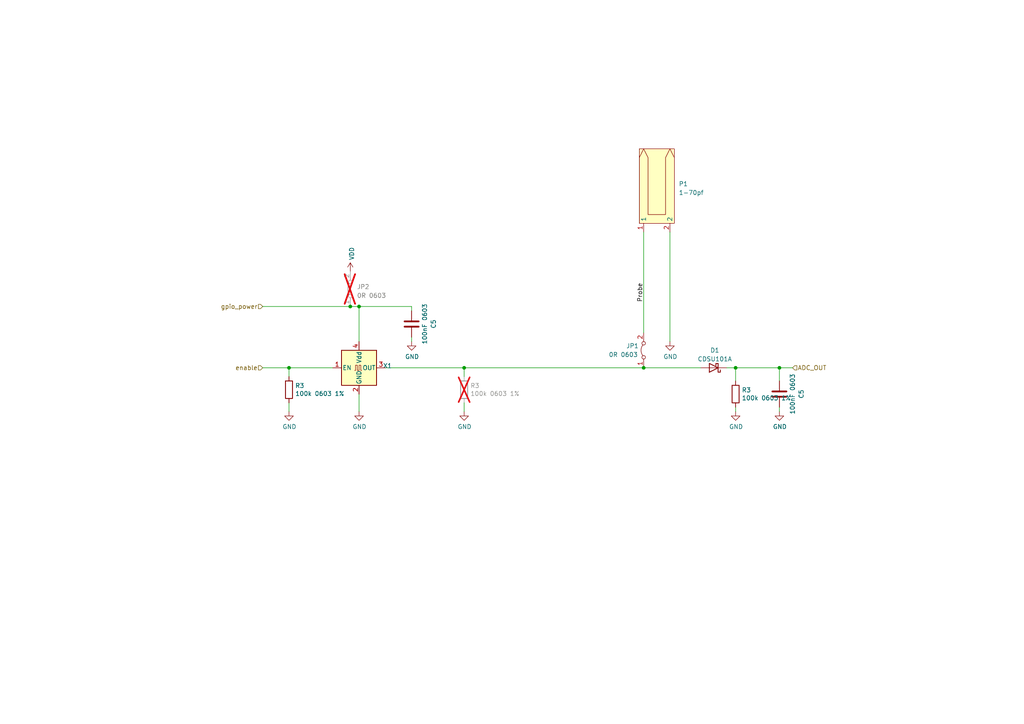
<source format=kicad_sch>
(kicad_sch (version 20230121) (generator eeschema)
  (paper "A4")
  (lib_symbols
    (symbol "Device:C" (pin_numbers hide) (pin_names (offset 0.254))
      (property "Reference" "C" (at 0.635 2.54 0))
      (property "Value" "C" (at 0.635 -2.54 0))
      (symbol "C_0_1"
        (polyline (pts (xy -2.032 -0.762) (xy 2.032 -0.762)) (stroke (width 0.508)))
        (polyline (pts (xy -2.032 0.762) (xy 2.032 0.762)) (stroke (width 0.508)))
      )
      (symbol "C_1_1"
        (pin passive line (at 0 3.81 270) (length 2.794) (name "~") (number "1"))
        (pin passive line (at 0 -3.81 90) (length 2.794) (name "~") (number "2"))
      )
    )
    (symbol "Device:D_Schottky" (pin_numbers hide) (pin_names (offset 1.016) hide)
      (property "Reference" "D" (at 0 2.54 0))
      (property "Value" "D_Schottky" (at 0 -2.54 0))
      (symbol "D_Schottky_0_1"
        (polyline (pts (xy 1.27 0) (xy -1.27 0)))
        (polyline (pts (xy 1.27 1.27) (xy 1.27 -1.27) (xy -1.27 0) (xy 1.27 1.27)) (stroke (width 0.254)))
        (polyline (pts (xy -1.905 0.635) (xy -1.905 1.27) (xy -1.27 1.27) (xy -1.27 -1.27) (xy -0.635 -1.27) (xy -0.635 -0.635)) (stroke (width 0.254)))
      )
      (symbol "D_Schottky_1_1"
        (pin passive line (at -3.81 0 0) (length 2.54) (name "K") (number "1"))
        (pin passive line (at 3.81 0 180) (length 2.54) (name "A") (number "2"))
      )
    )
    (symbol "Device:R" (pin_numbers hide) (pin_names (offset 0))
      (property "Reference" "R" (at 2.032 0 90))
      (property "Value" "R" (at 0 0 90))
      (symbol "R_0_1"
        (rectangle (start -1.016 -2.54) (end 1.016 2.54) (stroke (width 0.254)))
      )
      (symbol "R_1_1"
        (pin passive line (at 0 3.81 270) (length 1.27) (name "~") (number "1"))
        (pin passive line (at 0 -3.81 90) (length 1.27) (name "~") (number "2"))
      )
    )
    (symbol "Jumper:Jumper_2_Bridged" (pin_names (offset 0) hide)
      (property "Reference" "JP" (at 0 1.905 0))
      (property "Value" "Jumper_2_Bridged" (at 0 -2.54 0))
      (symbol "Jumper_2_Bridged_0_0"
        (circle (center -2.032 0) (radius 0.508))
        (circle (center 2.032 0) (radius 0.508))
      )
      (symbol "Jumper_2_Bridged_0_1"
        (arc (start 1.524 0.254) (mid 0 0.762) (end -1.524 0.254))
      )
      (symbol "Jumper_2_Bridged_1_1"
        (pin passive line (at -5.08 0 0) (length 2.54) (name "A") (number "1"))
        (pin passive line (at 5.08 0 180) (length 2.54) (name "B") (number "2"))
      )
    )
    (symbol "power:GND" (power) (pin_names (offset 0))
      (property "Value" "GND" (at 0 -3.81 0))
      (symbol "GND_0_1"
        (polyline (pts (xy 0 0) (xy 0 -1.27) (xy 1.27 -1.27) (xy 0 -2.54) (xy -1.27 -1.27) (xy 0 -1.27)))
      )
      (symbol "GND_1_1"
        (pin power_in line (at 0 0 270) (length 0) hide (name "GND") (number "1"))
      )
    )
    (symbol "power:VDD" (power) (pin_names (offset 0))
      (property "Value" "VDD" (at 0 3.81 0))
      (symbol "VDD_0_1"
        (polyline (pts (xy -0.762 1.27) (xy 0 2.54)))
        (polyline (pts (xy 0 0) (xy 0 2.54)))
        (polyline (pts (xy 0 2.54) (xy 0.762 1.27)))
      )
      (symbol "VDD_1_1"
        (pin power_in line (at 0 0 90) (length 0) hide (name "VDD") (number "1"))
      )
    )
    (symbol "soilmoisture-rescue:SIT8008B" (pin_names (offset 0.254))
      (property "Reference" "X" (at -5.08 6.35 0))
      (symbol "SIT8008B_0_1"
        (rectangle (start -5.08 5.08) (end 5.08 -5.08) (stroke (width 0.254)) (fill (type background)))
        (polyline (pts (xy -1.27 -0.762) (xy -1.016 -0.762) (xy -1.016 0.762) (xy -0.508 0.762) (xy -0.508 -0.762) (xy 0 -0.762) (xy 0 0.762) (xy 0.508 0.762) (xy 0.508 -0.762) (xy 0.762 -0.762)))
      )
      (symbol "SIT8008B_1_1"
        (pin input line (at -7.62 0 0) (length 2.54) (name "EN") (number "1"))
        (pin power_in line (at 0 -7.62 90) (length 2.54) (name "GND") (number "2"))
        (pin output line (at 7.62 0 180) (length 2.54) (name "OUT") (number "3"))
        (pin power_in line (at 0 7.62 270) (length 2.54) (name "Vdd") (number "4"))
      )
    )
    (symbol "soilmoisture-rescue:Soil_probe" (in_bom no)
      (property "Reference" "P" (at 2.54 1.27 0))
      (property "Value" "1-30pf" (at 10.16 1.27 0))
      (symbol "Soil_probe_0_1"
        (polyline (pts (xy 0 0) (xy 15.24 0) (xy 19.05 0) (xy 21.59 -1.27) (xy 19.05 -2.54) (xy 2.54 -2.54) (xy 2.54 -7.62) (xy 19.05 -7.62) (xy 21.59 -8.89) (xy 19.05 -10.16)))
        (rectangle (start 0 0) (end 21.59 -10.16) (fill (type background)))
      )
      (symbol "Soil_probe_1_1"
        (pin input line (at -2.54 -1.27 0) (length 2.54) (name "1") (number "1"))
        (pin input line (at -2.54 -8.89 0) (length 2.54) (name "2") (number "2"))
      )
    )
  )
  (junction (at 83.82 106.68))
  (junction (at 213.36 106.68))
  (junction (at 134.62 106.68))
  (junction (at 226.06 106.68))
  (junction (at 104.14 88.9))
  (junction (at 186.69 106.68))
  (junction (at 101.6 88.9))
  (wire (pts (xy 104.14 119.38) (xy 104.14 114.3)))
  (wire (pts (xy 194.31 67.31) (xy 194.31 99.06)))
  (wire (pts (xy 134.62 106.68) (xy 134.62 109.22)))
  (wire (pts (xy 83.82 106.68) (xy 83.82 109.22)))
  (wire (pts (xy 226.06 119.38) (xy 226.06 118.11)))
  (wire (pts (xy 226.06 106.68) (xy 226.06 110.49)))
  (wire (pts (xy 213.36 106.68) (xy 213.36 110.49)))
  (wire (pts (xy 213.36 118.11) (xy 213.36 119.38)))
  (wire (pts (xy 213.36 106.68) (xy 226.06 106.68)))
  (wire (pts (xy 83.82 106.68) (xy 96.52 106.68)))
  (wire (pts (xy 101.6 88.9) (xy 104.14 88.9)))
  (wire (pts (xy 119.38 90.17) (xy 119.38 88.9)))
  (wire (pts (xy 76.2 88.9) (xy 101.6 88.9)))
  (wire (pts (xy 119.38 99.06) (xy 119.38 97.79)))
  (wire (pts (xy 186.69 106.68) (xy 203.2 106.68)))
  (wire (pts (xy 134.62 106.68) (xy 186.69 106.68)))
  (wire (pts (xy 186.69 67.31) (xy 186.69 96.52)))
  (wire (pts (xy 76.2 106.68) (xy 83.82 106.68)))
  (wire (pts (xy 104.14 88.9) (xy 119.38 88.9)))
  (wire (pts (xy 83.82 116.84) (xy 83.82 119.38)))
  (wire (pts (xy 111.76 106.68) (xy 134.62 106.68)))
  (wire (pts (xy 134.62 119.38) (xy 134.62 116.84)))
  (wire (pts (xy 104.14 88.9) (xy 104.14 99.06)))
  (wire (pts (xy 226.06 106.68) (xy 229.87 106.68)))
  (wire (pts (xy 210.82 106.68) (xy 213.36 106.68)))
  (label "Probe" (at 186.69 87.63 90))
  (hierarchical_label "gpio_power" (shape input) (at 76.2 88.9 180))
  (hierarchical_label "enable" (shape input) (at 76.2 106.68 180))
  (hierarchical_label "ADC_OUT" (shape input) (at 229.87 106.68 0))
  (symbol (lib_id "power:GND") (at 134.62 119.38 0) (unit 1)
    (property "Reference" "#PWR0108" (effects hide))
    (property "Value" "GND" (at 134.747 123.7742 0))
    (instances (project "soilmoisture" (path "" (reference "#PWR0108") (unit 1)) (path "" (reference "#PWR07") (unit 1))))
  )
  (symbol (lib_id "Device:R") (at 213.36 114.3 0) (unit 1)
    (property "Reference" "R3" (at 215.138 113.1316 0) (effects (justify left)))
    (property "Value" "100k 0603 1%" (at 215.138 115.443 0) (effects (justify left)))
    (property "Footprint" "Resistor_SMD:R_0603_1608Metric" (effects hide))
    (property "MPN" "RC0603FR-07100KL" (effects hide))
    (instances (project "soilmoisture" (path "" (reference "R3") (unit 1)) (path "" (reference "R2") (unit 1))))
  )
  (symbol (lib_id "Device:R") (at 83.82 113.03 0) (unit 1)
    (property "Reference" "R3" (at 85.598 111.8616 0) (effects (justify left)))
    (property "Value" "100k 0603 1%" (at 85.598 114.173 0) (effects (justify left)))
    (property "Footprint" "Resistor_SMD:R_0603_1608Metric" (effects hide))
    (property "MPN" "RC0603FR-07100KL" (effects hide))
    (instances (project "soilmoisture" (path "" (reference "R3") (unit 1)) (path "" (reference "R4") (unit 1))))
  )
  (symbol (lib_id "Jumper:Jumper_2_Bridged") (at 101.6 83.82 90) (unit 1) (dnp yes)
    (property "Reference" "JP2" (at 103.505 83.185 90) (effects (justify right)))
    (property "Value" "0R 0603" (at 103.505 85.725 90) (effects (justify right)))
    (property "Footprint" "Resistor_SMD:R_0603_1608Metric" (effects hide))
    (property "MPN" "RMCF0603ZT0R00" (effects hide))
  )
  (symbol (lib_id "power:GND") (at 104.14 119.38 0) (unit 1)
    (property "Reference" "#PWR0108" (effects hide))
    (property "Value" "GND" (at 104.267 123.7742 0))
    (instances (project "soilmoisture" (path "" (reference "#PWR0108") (unit 1)) (path "" (reference "#PWR08") (unit 1))))
  )
  (symbol (lib_id "soilmoisture-rescue:Soil_probe") (at 185.42 64.77 90) (unit 1) (in_bom no)
    (property "Reference" "P1" (at 196.85 53.34 90) (effects (justify right)))
    (property "Value" "1-70pf" (at 196.85 55.88 90) (effects (justify right)))
    (property "Footprint" "soil_lib:1-70pf_Soil_Probe" (effects hide))
    (property "Datasheet" "https://www.emisoftware.com/calculator/coplanar-capacitance/" (effects hide))
  )
  (symbol (lib_id "Device:D_Schottky") (at 207.01 106.68 180) (unit 1)
    (property "Reference" "D1" (at 207.3275 101.6 0))
    (property "Value" "CDSU101A" (at 207.3275 104.14 0))
    (property "Footprint" "Diode_SMD:D_SOD-523" (effects hide))
    (property "MPN" "CDSU101A" (effects hide))
  )
  (symbol (lib_id "power:GND") (at 83.82 119.38 0) (unit 1)
    (property "Reference" "#PWR0108" (effects hide))
    (property "Value" "GND" (at 83.947 123.7742 0))
    (instances (project "soilmoisture" (path "" (reference "#PWR0108") (unit 1)) (path "" (reference "#PWR06") (unit 1))))
  )
  (symbol (lib_id "soilmoisture-rescue:SIT8008B") (at 104.14 106.68 0) (unit 1)
    (property "Reference" "X1" (at 112.395 106.0959 0))
    (property "Value" "SIT8008BC-23-18E-80.000000" (effects hide))
    (property "Footprint" "soil_lib:Oscillator_SMD_SeikoEpson_SG8002CE-4Pin_3.2x2.5mm" (effects hide))
    (property "Datasheet" "file:///C:/Users/fnk/Downloads/SiT8008B-datasheet.pdf" (effects hide))
    (property "MPN" "SIT8008BC-23-18E-80.000000" (effects hide))
  )
  (symbol (lib_id "Device:C") (at 119.38 93.98 0) (unit 1)
    (property "Reference" "C5" (at 125.73 93.98 90))
    (property "Value" "100nF 0603" (at 123.19 93.98 90))
    (property "Footprint" "Capacitor_SMD:C_0603_1608Metric" (effects hide))
    (property "MPN" "CL10B104KB8NNWC" (effects hide))
    (instances (project "soilmoisture" (path "" (reference "C5") (unit 1)) (path "" (reference "C3") (unit 1))))
  )
  (symbol (lib_id "Device:C") (at 226.06 114.3 0) (unit 1)
    (property "Reference" "C5" (at 232.41 114.3 90))
    (property "Value" "100nF 0603" (at 229.87 114.3 90))
    (property "Footprint" "Capacitor_SMD:C_0603_1608Metric" (effects hide))
    (property "MPN" "CL10B104KB8NNWC" (effects hide))
    (instances (project "soilmoisture" (path "" (reference "C5") (unit 1)) (path "" (reference "C7") (unit 1))))
  )
  (symbol (lib_id "power:GND") (at 226.06 119.38 0) (unit 1)
    (property "Reference" "#PWR0108" (effects hide))
    (property "Value" "GND" (at 226.187 123.7742 0))
    (instances (project "soilmoisture" (path "" (reference "#PWR0108") (unit 1)) (path "" (reference "#PWR014") (unit 1))))
  )
  (symbol (lib_id "power:VDD") (at 101.6 78.74 0) (unit 1)
    (property "Reference" "#PWR02" (effects hide))
    (property "Value" "VDD" (at 102.0318 75.4888 90) (effects (justify left)))
    (instances (project "soilmoisture" (path "" (reference "#PWR02") (unit 1)) (path "" (reference "#PWR013") (unit 1))))
  )
  (symbol (lib_id "power:GND") (at 213.36 119.38 0) (unit 1)
    (property "Reference" "#PWR0108" (effects hide))
    (property "Value" "GND" (at 213.487 123.7742 0))
    (instances (project "soilmoisture" (path "" (reference "#PWR0108") (unit 1)) (path "" (reference "#PWR010") (unit 1))))
  )
  (symbol (lib_id "power:GND") (at 194.31 99.06 0) (unit 1)
    (property "Reference" "#PWR0108" (effects hide))
    (property "Value" "GND" (at 194.437 103.4542 0))
    (instances (project "soilmoisture" (path "" (reference "#PWR0108") (unit 1)) (path "" (reference "#PWR015") (unit 1))))
  )
  (symbol (lib_id "power:GND") (at 119.38 99.06 0) (unit 1)
    (property "Reference" "#PWR0108" (effects hide))
    (property "Value" "GND" (at 119.507 103.4542 0))
    (instances (project "soilmoisture" (path "" (reference "#PWR0108") (unit 1)) (path "" (reference "#PWR011") (unit 1))))
  )
  (symbol (lib_id "Jumper:Jumper_2_Bridged") (at 186.69 101.6 90) (unit 1)
    (property "Reference" "JP1" (at 181.61 100.33 90) (effects (justify right)))
    (property "Value" "0R 0603" (at 176.53 102.87 90) (effects (justify right)))
    (property "Footprint" "Resistor_SMD:R_0603_1608Metric" (effects hide))
    (property "MPN" "RMCF0603ZT0R00" (effects hide))
  )
  (symbol (lib_id "Device:R") (at 134.62 113.03 0) (unit 1) (dnp yes)
    (property "Reference" "R3" (at 136.398 111.8616 0) (effects (justify left)))
    (property "Value" "100k 0603 1%" (at 136.398 114.173 0) (effects (justify left)))
    (property "Footprint" "Resistor_SMD:R_0603_1608Metric" (effects hide))
    (property "MPN" "RC0603FR-07100KL" (effects hide))
    (instances (project "soilmoisture" (path "" (reference "R3") (unit 1)) (path "" (reference "R1") (unit 1))))
  )
)
</source>
